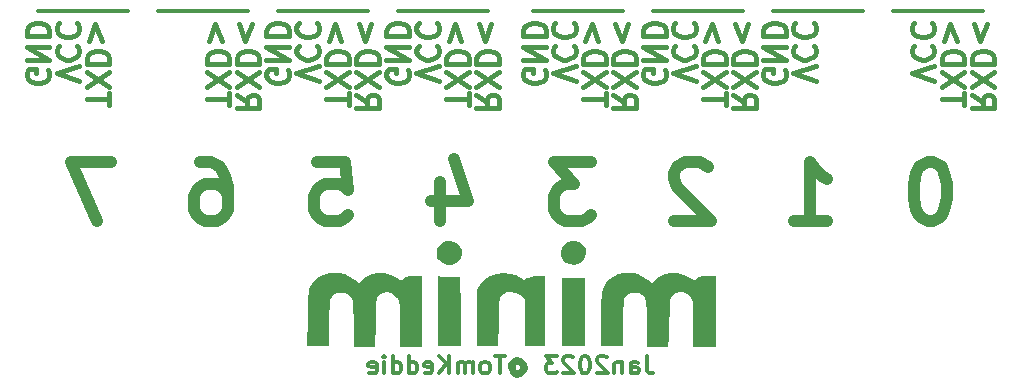
<source format=gbo>
G04 #@! TF.GenerationSoftware,KiCad,Pcbnew,6.0.10-86aedd382b~118~ubuntu22.04.1*
G04 #@! TF.CreationDate,2023-01-23T14:57:36-08:00*
G04 #@! TF.ProjectId,ch348_octo_serial_minim,63683334-385f-46f6-9374-6f5f73657269,rev?*
G04 #@! TF.SameCoordinates,Original*
G04 #@! TF.FileFunction,Legend,Bot*
G04 #@! TF.FilePolarity,Positive*
%FSLAX46Y46*%
G04 Gerber Fmt 4.6, Leading zero omitted, Abs format (unit mm)*
G04 Created by KiCad (PCBNEW 6.0.10-86aedd382b~118~ubuntu22.04.1) date 2023-01-23 14:57:36*
%MOMM*%
%LPD*%
G01*
G04 APERTURE LIST*
%ADD10C,0.300000*%
%ADD11C,0.400000*%
%ADD12C,1.000000*%
G04 APERTURE END LIST*
D10*
X145415000Y-68200000D02*
X153035000Y-68200000D01*
X73025000Y-68200000D02*
X80645000Y-68200000D01*
X93345000Y-68200000D02*
X100965000Y-68200000D01*
X83185000Y-68200000D02*
X90805000Y-68200000D01*
X125095000Y-68200000D02*
X132715000Y-68200000D01*
X114935000Y-68200000D02*
X122555000Y-68200000D01*
X103505000Y-68200000D02*
X111125000Y-68200000D01*
X135255000Y-68200000D02*
X142875000Y-68200000D01*
D11*
X138892976Y-74107619D02*
X136992976Y-73474285D01*
X138892976Y-72840952D01*
X137173928Y-71121904D02*
X137083452Y-71212380D01*
X136992976Y-71483809D01*
X136992976Y-71664761D01*
X137083452Y-71936190D01*
X137264404Y-72117142D01*
X137445357Y-72207619D01*
X137807261Y-72298095D01*
X138078690Y-72298095D01*
X138440595Y-72207619D01*
X138621547Y-72117142D01*
X138802500Y-71936190D01*
X138892976Y-71664761D01*
X138892976Y-71483809D01*
X138802500Y-71212380D01*
X138712023Y-71121904D01*
X137173928Y-69221904D02*
X137083452Y-69312380D01*
X136992976Y-69583809D01*
X136992976Y-69764761D01*
X137083452Y-70036190D01*
X137264404Y-70217142D01*
X137445357Y-70307619D01*
X137807261Y-70398095D01*
X138078690Y-70398095D01*
X138440595Y-70307619D01*
X138621547Y-70217142D01*
X138802500Y-70036190D01*
X138892976Y-69764761D01*
X138892976Y-69583809D01*
X138802500Y-69312380D01*
X138712023Y-69221904D01*
D12*
X137011428Y-85961904D02*
X139868571Y-85961904D01*
X138440000Y-85961904D02*
X138440000Y-80961904D01*
X138916190Y-81676190D01*
X139392380Y-82152380D01*
X139868571Y-82390476D01*
X148838095Y-80961904D02*
X148361904Y-80961904D01*
X147885714Y-81200000D01*
X147647619Y-81438095D01*
X147409523Y-81914285D01*
X147171428Y-82866666D01*
X147171428Y-84057142D01*
X147409523Y-85009523D01*
X147647619Y-85485714D01*
X147885714Y-85723809D01*
X148361904Y-85961904D01*
X148838095Y-85961904D01*
X149314285Y-85723809D01*
X149552380Y-85485714D01*
X149790476Y-85009523D01*
X150028571Y-84057142D01*
X150028571Y-82866666D01*
X149790476Y-81914285D01*
X149552380Y-81438095D01*
X149314285Y-81200000D01*
X148838095Y-80961904D01*
D11*
X106984226Y-74107619D02*
X105084226Y-73474285D01*
X106984226Y-72840952D01*
X105265178Y-71121904D02*
X105174702Y-71212380D01*
X105084226Y-71483809D01*
X105084226Y-71664761D01*
X105174702Y-71936190D01*
X105355654Y-72117142D01*
X105536607Y-72207619D01*
X105898511Y-72298095D01*
X106169940Y-72298095D01*
X106531845Y-72207619D01*
X106712797Y-72117142D01*
X106893750Y-71936190D01*
X106984226Y-71664761D01*
X106984226Y-71483809D01*
X106893750Y-71212380D01*
X106803273Y-71121904D01*
X105265178Y-69221904D02*
X105174702Y-69312380D01*
X105084226Y-69583809D01*
X105084226Y-69764761D01*
X105174702Y-70036190D01*
X105355654Y-70217142D01*
X105536607Y-70307619D01*
X105898511Y-70398095D01*
X106169940Y-70398095D01*
X106531845Y-70307619D01*
X106712797Y-70217142D01*
X106893750Y-70036190D01*
X106984226Y-69764761D01*
X106984226Y-69583809D01*
X106893750Y-69312380D01*
X106803273Y-69221904D01*
D12*
X79206666Y-80961904D02*
X75873333Y-80961904D01*
X78016190Y-85961904D01*
D11*
X148932976Y-74107619D02*
X147032976Y-73474285D01*
X148932976Y-72840952D01*
X147213928Y-71121904D02*
X147123452Y-71212380D01*
X147032976Y-71483809D01*
X147032976Y-71664761D01*
X147123452Y-71936190D01*
X147304404Y-72117142D01*
X147485357Y-72207619D01*
X147847261Y-72298095D01*
X148118690Y-72298095D01*
X148480595Y-72207619D01*
X148661547Y-72117142D01*
X148842500Y-71936190D01*
X148932976Y-71664761D01*
X148932976Y-71483809D01*
X148842500Y-71212380D01*
X148752023Y-71121904D01*
X147213928Y-69221904D02*
X147123452Y-69312380D01*
X147032976Y-69583809D01*
X147032976Y-69764761D01*
X147123452Y-70036190D01*
X147304404Y-70217142D01*
X147485357Y-70307619D01*
X147847261Y-70398095D01*
X148118690Y-70398095D01*
X148480595Y-70307619D01*
X148661547Y-70217142D01*
X148842500Y-70036190D01*
X148932976Y-69764761D01*
X148932976Y-69583809D01*
X148842500Y-69312380D01*
X148752023Y-69221904D01*
X128732976Y-74107619D02*
X126832976Y-73474285D01*
X128732976Y-72840952D01*
X127013928Y-71121904D02*
X126923452Y-71212380D01*
X126832976Y-71483809D01*
X126832976Y-71664761D01*
X126923452Y-71936190D01*
X127104404Y-72117142D01*
X127285357Y-72207619D01*
X127647261Y-72298095D01*
X127918690Y-72298095D01*
X128280595Y-72207619D01*
X128461547Y-72117142D01*
X128642500Y-71936190D01*
X128732976Y-71664761D01*
X128732976Y-71483809D01*
X128642500Y-71212380D01*
X128552023Y-71121904D01*
X127013928Y-69221904D02*
X126923452Y-69312380D01*
X126832976Y-69583809D01*
X126832976Y-69764761D01*
X126923452Y-70036190D01*
X127104404Y-70217142D01*
X127285357Y-70307619D01*
X127647261Y-70398095D01*
X127918690Y-70398095D01*
X128280595Y-70307619D01*
X128461547Y-70217142D01*
X128642500Y-70036190D01*
X128732976Y-69764761D01*
X128732976Y-69583809D01*
X128642500Y-69312380D01*
X128552023Y-69221904D01*
X131272976Y-76188571D02*
X131272976Y-75102857D01*
X129372976Y-75645714D02*
X131272976Y-75645714D01*
X131272976Y-74650476D02*
X129372976Y-73383809D01*
X131272976Y-73383809D02*
X129372976Y-74650476D01*
X129372976Y-72660000D02*
X131272976Y-72660000D01*
X131272976Y-72207619D01*
X131182500Y-71936190D01*
X131001547Y-71755238D01*
X130820595Y-71664761D01*
X130458690Y-71574285D01*
X130187261Y-71574285D01*
X129825357Y-71664761D01*
X129644404Y-71755238D01*
X129463452Y-71936190D01*
X129372976Y-72207619D01*
X129372976Y-72660000D01*
X130639642Y-70760000D02*
X130096785Y-69312380D01*
X129553928Y-70760000D01*
D12*
X107067619Y-82628571D02*
X107067619Y-85961904D01*
X108258095Y-80723809D02*
X109448571Y-84295238D01*
X106353333Y-84295238D01*
D11*
X96824226Y-74107619D02*
X94924226Y-73474285D01*
X96824226Y-72840952D01*
X95105178Y-71121904D02*
X95014702Y-71212380D01*
X94924226Y-71483809D01*
X94924226Y-71664761D01*
X95014702Y-71936190D01*
X95195654Y-72117142D01*
X95376607Y-72207619D01*
X95738511Y-72298095D01*
X96009940Y-72298095D01*
X96371845Y-72207619D01*
X96552797Y-72117142D01*
X96733750Y-71936190D01*
X96824226Y-71664761D01*
X96824226Y-71483809D01*
X96733750Y-71212380D01*
X96643273Y-71121904D01*
X95105178Y-69221904D02*
X95014702Y-69312380D01*
X94924226Y-69583809D01*
X94924226Y-69764761D01*
X95014702Y-70036190D01*
X95195654Y-70217142D01*
X95376607Y-70307619D01*
X95738511Y-70398095D01*
X96009940Y-70398095D01*
X96371845Y-70307619D01*
X96552797Y-70217142D01*
X96733750Y-70036190D01*
X96824226Y-69764761D01*
X96824226Y-69583809D01*
X96733750Y-69312380D01*
X96643273Y-69221904D01*
X121752976Y-75283809D02*
X122657738Y-75917142D01*
X121752976Y-76369523D02*
X123652976Y-76369523D01*
X123652976Y-75645714D01*
X123562500Y-75464761D01*
X123472023Y-75374285D01*
X123291071Y-75283809D01*
X123019642Y-75283809D01*
X122838690Y-75374285D01*
X122748214Y-75464761D01*
X122657738Y-75645714D01*
X122657738Y-76369523D01*
X123652976Y-74650476D02*
X121752976Y-73383809D01*
X123652976Y-73383809D02*
X121752976Y-74650476D01*
X121752976Y-72660000D02*
X123652976Y-72660000D01*
X123652976Y-72207619D01*
X123562500Y-71936190D01*
X123381547Y-71755238D01*
X123200595Y-71664761D01*
X122838690Y-71574285D01*
X122567261Y-71574285D01*
X122205357Y-71664761D01*
X122024404Y-71755238D01*
X121843452Y-71936190D01*
X121752976Y-72207619D01*
X121752976Y-72660000D01*
X123019642Y-69312380D02*
X122476785Y-70760000D01*
X121933928Y-69312380D01*
X118572976Y-74107619D02*
X116672976Y-73474285D01*
X118572976Y-72840952D01*
X116853928Y-71121904D02*
X116763452Y-71212380D01*
X116672976Y-71483809D01*
X116672976Y-71664761D01*
X116763452Y-71936190D01*
X116944404Y-72117142D01*
X117125357Y-72207619D01*
X117487261Y-72298095D01*
X117758690Y-72298095D01*
X118120595Y-72207619D01*
X118301547Y-72117142D01*
X118482500Y-71936190D01*
X118572976Y-71664761D01*
X118572976Y-71483809D01*
X118482500Y-71212380D01*
X118392023Y-71121904D01*
X116853928Y-69221904D02*
X116763452Y-69312380D01*
X116672976Y-69583809D01*
X116672976Y-69764761D01*
X116763452Y-70036190D01*
X116944404Y-70217142D01*
X117125357Y-70307619D01*
X117487261Y-70398095D01*
X117758690Y-70398095D01*
X118120595Y-70307619D01*
X118301547Y-70217142D01*
X118482500Y-70036190D01*
X118572976Y-69764761D01*
X118572976Y-69583809D01*
X118482500Y-69312380D01*
X118392023Y-69221904D01*
X76524226Y-74107619D02*
X74624226Y-73474285D01*
X76524226Y-72840952D01*
X74805178Y-71121904D02*
X74714702Y-71212380D01*
X74624226Y-71483809D01*
X74624226Y-71664761D01*
X74714702Y-71936190D01*
X74895654Y-72117142D01*
X75076607Y-72207619D01*
X75438511Y-72298095D01*
X75709940Y-72298095D01*
X76071845Y-72207619D01*
X76252797Y-72117142D01*
X76433750Y-71936190D01*
X76524226Y-71664761D01*
X76524226Y-71483809D01*
X76433750Y-71212380D01*
X76343273Y-71121904D01*
X74805178Y-69221904D02*
X74714702Y-69312380D01*
X74624226Y-69583809D01*
X74624226Y-69764761D01*
X74714702Y-70036190D01*
X74895654Y-70217142D01*
X75076607Y-70307619D01*
X75438511Y-70398095D01*
X75709940Y-70398095D01*
X76071845Y-70307619D01*
X76252797Y-70217142D01*
X76433750Y-70036190D01*
X76524226Y-69764761D01*
X76524226Y-69583809D01*
X76433750Y-69312380D01*
X76343273Y-69221904D01*
X89224226Y-76188571D02*
X89224226Y-75102857D01*
X87324226Y-75645714D02*
X89224226Y-75645714D01*
X89224226Y-74650476D02*
X87324226Y-73383809D01*
X89224226Y-73383809D02*
X87324226Y-74650476D01*
X87324226Y-72660000D02*
X89224226Y-72660000D01*
X89224226Y-72207619D01*
X89133750Y-71936190D01*
X88952797Y-71755238D01*
X88771845Y-71664761D01*
X88409940Y-71574285D01*
X88138511Y-71574285D01*
X87776607Y-71664761D01*
X87595654Y-71755238D01*
X87414702Y-71936190D01*
X87324226Y-72207619D01*
X87324226Y-72660000D01*
X88590892Y-70760000D02*
X88048035Y-69312380D01*
X87505178Y-70760000D01*
X131912976Y-75283809D02*
X132817738Y-75917142D01*
X131912976Y-76369523D02*
X133812976Y-76369523D01*
X133812976Y-75645714D01*
X133722500Y-75464761D01*
X133632023Y-75374285D01*
X133451071Y-75283809D01*
X133179642Y-75283809D01*
X132998690Y-75374285D01*
X132908214Y-75464761D01*
X132817738Y-75645714D01*
X132817738Y-76369523D01*
X133812976Y-74650476D02*
X131912976Y-73383809D01*
X133812976Y-73383809D02*
X131912976Y-74650476D01*
X131912976Y-72660000D02*
X133812976Y-72660000D01*
X133812976Y-72207619D01*
X133722500Y-71936190D01*
X133541547Y-71755238D01*
X133360595Y-71664761D01*
X132998690Y-71574285D01*
X132727261Y-71574285D01*
X132365357Y-71664761D01*
X132184404Y-71755238D01*
X132003452Y-71936190D01*
X131912976Y-72207619D01*
X131912976Y-72660000D01*
X133179642Y-69312380D02*
X132636785Y-70760000D01*
X132093928Y-69312380D01*
X152112976Y-75283809D02*
X153017738Y-75917142D01*
X152112976Y-76369523D02*
X154012976Y-76369523D01*
X154012976Y-75645714D01*
X153922500Y-75464761D01*
X153832023Y-75374285D01*
X153651071Y-75283809D01*
X153379642Y-75283809D01*
X153198690Y-75374285D01*
X153108214Y-75464761D01*
X153017738Y-75645714D01*
X153017738Y-76369523D01*
X154012976Y-74650476D02*
X152112976Y-73383809D01*
X154012976Y-73383809D02*
X152112976Y-74650476D01*
X152112976Y-72660000D02*
X154012976Y-72660000D01*
X154012976Y-72207619D01*
X153922500Y-71936190D01*
X153741547Y-71755238D01*
X153560595Y-71664761D01*
X153198690Y-71574285D01*
X152927261Y-71574285D01*
X152565357Y-71664761D01*
X152384404Y-71755238D01*
X152203452Y-71936190D01*
X152112976Y-72207619D01*
X152112976Y-72660000D01*
X153379642Y-69312380D02*
X152836785Y-70760000D01*
X152293928Y-69312380D01*
D10*
X124565714Y-97378571D02*
X124565714Y-98450000D01*
X124637142Y-98664285D01*
X124780000Y-98807142D01*
X124994285Y-98878571D01*
X125137142Y-98878571D01*
X123208571Y-98878571D02*
X123208571Y-98092857D01*
X123280000Y-97950000D01*
X123422857Y-97878571D01*
X123708571Y-97878571D01*
X123851428Y-97950000D01*
X123208571Y-98807142D02*
X123351428Y-98878571D01*
X123708571Y-98878571D01*
X123851428Y-98807142D01*
X123922857Y-98664285D01*
X123922857Y-98521428D01*
X123851428Y-98378571D01*
X123708571Y-98307142D01*
X123351428Y-98307142D01*
X123208571Y-98235714D01*
X122494285Y-97878571D02*
X122494285Y-98878571D01*
X122494285Y-98021428D02*
X122422857Y-97950000D01*
X122280000Y-97878571D01*
X122065714Y-97878571D01*
X121922857Y-97950000D01*
X121851428Y-98092857D01*
X121851428Y-98878571D01*
X121208571Y-97521428D02*
X121137142Y-97450000D01*
X120994285Y-97378571D01*
X120637142Y-97378571D01*
X120494285Y-97450000D01*
X120422857Y-97521428D01*
X120351428Y-97664285D01*
X120351428Y-97807142D01*
X120422857Y-98021428D01*
X121280000Y-98878571D01*
X120351428Y-98878571D01*
X119422857Y-97378571D02*
X119280000Y-97378571D01*
X119137142Y-97450000D01*
X119065714Y-97521428D01*
X118994285Y-97664285D01*
X118922857Y-97950000D01*
X118922857Y-98307142D01*
X118994285Y-98592857D01*
X119065714Y-98735714D01*
X119137142Y-98807142D01*
X119280000Y-98878571D01*
X119422857Y-98878571D01*
X119565714Y-98807142D01*
X119637142Y-98735714D01*
X119708571Y-98592857D01*
X119780000Y-98307142D01*
X119780000Y-97950000D01*
X119708571Y-97664285D01*
X119637142Y-97521428D01*
X119565714Y-97450000D01*
X119422857Y-97378571D01*
X118351428Y-97521428D02*
X118280000Y-97450000D01*
X118137142Y-97378571D01*
X117780000Y-97378571D01*
X117637142Y-97450000D01*
X117565714Y-97521428D01*
X117494285Y-97664285D01*
X117494285Y-97807142D01*
X117565714Y-98021428D01*
X118422857Y-98878571D01*
X117494285Y-98878571D01*
X116994285Y-97378571D02*
X116065714Y-97378571D01*
X116565714Y-97950000D01*
X116351428Y-97950000D01*
X116208571Y-98021428D01*
X116137142Y-98092857D01*
X116065714Y-98235714D01*
X116065714Y-98592857D01*
X116137142Y-98735714D01*
X116208571Y-98807142D01*
X116351428Y-98878571D01*
X116780000Y-98878571D01*
X116922857Y-98807142D01*
X116994285Y-98735714D01*
X113351428Y-98164285D02*
X113422857Y-98092857D01*
X113565714Y-98021428D01*
X113708571Y-98021428D01*
X113851428Y-98092857D01*
X113922857Y-98164285D01*
X113994285Y-98307142D01*
X113994285Y-98450000D01*
X113922857Y-98592857D01*
X113851428Y-98664285D01*
X113708571Y-98735714D01*
X113565714Y-98735714D01*
X113422857Y-98664285D01*
X113351428Y-98592857D01*
X113351428Y-98021428D02*
X113351428Y-98592857D01*
X113280000Y-98664285D01*
X113208571Y-98664285D01*
X113065714Y-98592857D01*
X112994285Y-98450000D01*
X112994285Y-98092857D01*
X113137142Y-97878571D01*
X113351428Y-97735714D01*
X113637142Y-97664285D01*
X113922857Y-97735714D01*
X114137142Y-97878571D01*
X114280000Y-98092857D01*
X114351428Y-98378571D01*
X114280000Y-98664285D01*
X114137142Y-98878571D01*
X113922857Y-99021428D01*
X113637142Y-99092857D01*
X113351428Y-99021428D01*
X113137142Y-98878571D01*
X112565714Y-97378571D02*
X111708571Y-97378571D01*
X112137142Y-98878571D02*
X112137142Y-97378571D01*
X110994285Y-98878571D02*
X111137142Y-98807142D01*
X111208571Y-98735714D01*
X111280000Y-98592857D01*
X111280000Y-98164285D01*
X111208571Y-98021428D01*
X111137142Y-97950000D01*
X110994285Y-97878571D01*
X110780000Y-97878571D01*
X110637142Y-97950000D01*
X110565714Y-98021428D01*
X110494285Y-98164285D01*
X110494285Y-98592857D01*
X110565714Y-98735714D01*
X110637142Y-98807142D01*
X110780000Y-98878571D01*
X110994285Y-98878571D01*
X109851428Y-98878571D02*
X109851428Y-97878571D01*
X109851428Y-98021428D02*
X109780000Y-97950000D01*
X109637142Y-97878571D01*
X109422857Y-97878571D01*
X109280000Y-97950000D01*
X109208571Y-98092857D01*
X109208571Y-98878571D01*
X109208571Y-98092857D02*
X109137142Y-97950000D01*
X108994285Y-97878571D01*
X108780000Y-97878571D01*
X108637142Y-97950000D01*
X108565714Y-98092857D01*
X108565714Y-98878571D01*
X107851428Y-98878571D02*
X107851428Y-97378571D01*
X106994285Y-98878571D02*
X107637142Y-98021428D01*
X106994285Y-97378571D02*
X107851428Y-98235714D01*
X105780000Y-98807142D02*
X105922857Y-98878571D01*
X106208571Y-98878571D01*
X106351428Y-98807142D01*
X106422857Y-98664285D01*
X106422857Y-98092857D01*
X106351428Y-97950000D01*
X106208571Y-97878571D01*
X105922857Y-97878571D01*
X105780000Y-97950000D01*
X105708571Y-98092857D01*
X105708571Y-98235714D01*
X106422857Y-98378571D01*
X104422857Y-98878571D02*
X104422857Y-97378571D01*
X104422857Y-98807142D02*
X104565714Y-98878571D01*
X104851428Y-98878571D01*
X104994285Y-98807142D01*
X105065714Y-98735714D01*
X105137142Y-98592857D01*
X105137142Y-98164285D01*
X105065714Y-98021428D01*
X104994285Y-97950000D01*
X104851428Y-97878571D01*
X104565714Y-97878571D01*
X104422857Y-97950000D01*
X103065714Y-98878571D02*
X103065714Y-97378571D01*
X103065714Y-98807142D02*
X103208571Y-98878571D01*
X103494285Y-98878571D01*
X103637142Y-98807142D01*
X103708571Y-98735714D01*
X103780000Y-98592857D01*
X103780000Y-98164285D01*
X103708571Y-98021428D01*
X103637142Y-97950000D01*
X103494285Y-97878571D01*
X103208571Y-97878571D01*
X103065714Y-97950000D01*
X102351428Y-98878571D02*
X102351428Y-97878571D01*
X102351428Y-97378571D02*
X102422857Y-97450000D01*
X102351428Y-97521428D01*
X102280000Y-97450000D01*
X102351428Y-97378571D01*
X102351428Y-97521428D01*
X101065714Y-98807142D02*
X101208571Y-98878571D01*
X101494285Y-98878571D01*
X101637142Y-98807142D01*
X101708571Y-98664285D01*
X101708571Y-98092857D01*
X101637142Y-97950000D01*
X101494285Y-97878571D01*
X101208571Y-97878571D01*
X101065714Y-97950000D01*
X100994285Y-98092857D01*
X100994285Y-98235714D01*
X101708571Y-98378571D01*
D11*
X109524226Y-76188571D02*
X109524226Y-75102857D01*
X107624226Y-75645714D02*
X109524226Y-75645714D01*
X109524226Y-74650476D02*
X107624226Y-73383809D01*
X109524226Y-73383809D02*
X107624226Y-74650476D01*
X107624226Y-72660000D02*
X109524226Y-72660000D01*
X109524226Y-72207619D01*
X109433750Y-71936190D01*
X109252797Y-71755238D01*
X109071845Y-71664761D01*
X108709940Y-71574285D01*
X108438511Y-71574285D01*
X108076607Y-71664761D01*
X107895654Y-71755238D01*
X107714702Y-71936190D01*
X107624226Y-72207619D01*
X107624226Y-72660000D01*
X108890892Y-70760000D02*
X108348035Y-69312380D01*
X107805178Y-70760000D01*
X100004226Y-75283809D02*
X100908988Y-75917142D01*
X100004226Y-76369523D02*
X101904226Y-76369523D01*
X101904226Y-75645714D01*
X101813750Y-75464761D01*
X101723273Y-75374285D01*
X101542321Y-75283809D01*
X101270892Y-75283809D01*
X101089940Y-75374285D01*
X100999464Y-75464761D01*
X100908988Y-75645714D01*
X100908988Y-76369523D01*
X101904226Y-74650476D02*
X100004226Y-73383809D01*
X101904226Y-73383809D02*
X100004226Y-74650476D01*
X100004226Y-72660000D02*
X101904226Y-72660000D01*
X101904226Y-72207619D01*
X101813750Y-71936190D01*
X101632797Y-71755238D01*
X101451845Y-71664761D01*
X101089940Y-71574285D01*
X100818511Y-71574285D01*
X100456607Y-71664761D01*
X100275654Y-71755238D01*
X100094702Y-71936190D01*
X100004226Y-72207619D01*
X100004226Y-72660000D01*
X101270892Y-69312380D02*
X100728035Y-70760000D01*
X100185178Y-69312380D01*
X110164226Y-75283809D02*
X111068988Y-75917142D01*
X110164226Y-76369523D02*
X112064226Y-76369523D01*
X112064226Y-75645714D01*
X111973750Y-75464761D01*
X111883273Y-75374285D01*
X111702321Y-75283809D01*
X111430892Y-75283809D01*
X111249940Y-75374285D01*
X111159464Y-75464761D01*
X111068988Y-75645714D01*
X111068988Y-76369523D01*
X112064226Y-74650476D02*
X110164226Y-73383809D01*
X112064226Y-73383809D02*
X110164226Y-74650476D01*
X110164226Y-72660000D02*
X112064226Y-72660000D01*
X112064226Y-72207619D01*
X111973750Y-71936190D01*
X111792797Y-71755238D01*
X111611845Y-71664761D01*
X111249940Y-71574285D01*
X110978511Y-71574285D01*
X110616607Y-71664761D01*
X110435654Y-71755238D01*
X110254702Y-71936190D01*
X110164226Y-72207619D01*
X110164226Y-72660000D01*
X111430892Y-69312380D02*
X110888035Y-70760000D01*
X110345178Y-69312380D01*
X115942500Y-73202857D02*
X116032976Y-73383809D01*
X116032976Y-73655238D01*
X115942500Y-73926666D01*
X115761547Y-74107619D01*
X115580595Y-74198095D01*
X115218690Y-74288571D01*
X114947261Y-74288571D01*
X114585357Y-74198095D01*
X114404404Y-74107619D01*
X114223452Y-73926666D01*
X114132976Y-73655238D01*
X114132976Y-73474285D01*
X114223452Y-73202857D01*
X114313928Y-73112380D01*
X114947261Y-73112380D01*
X114947261Y-73474285D01*
X114132976Y-72298095D02*
X116032976Y-72298095D01*
X114132976Y-71212380D01*
X116032976Y-71212380D01*
X114132976Y-70307619D02*
X116032976Y-70307619D01*
X116032976Y-69855238D01*
X115942500Y-69583809D01*
X115761547Y-69402857D01*
X115580595Y-69312380D01*
X115218690Y-69221904D01*
X114947261Y-69221904D01*
X114585357Y-69312380D01*
X114404404Y-69402857D01*
X114223452Y-69583809D01*
X114132976Y-69855238D01*
X114132976Y-70307619D01*
X121112976Y-76188571D02*
X121112976Y-75102857D01*
X119212976Y-75645714D02*
X121112976Y-75645714D01*
X121112976Y-74650476D02*
X119212976Y-73383809D01*
X121112976Y-73383809D02*
X119212976Y-74650476D01*
X119212976Y-72660000D02*
X121112976Y-72660000D01*
X121112976Y-72207619D01*
X121022500Y-71936190D01*
X120841547Y-71755238D01*
X120660595Y-71664761D01*
X120298690Y-71574285D01*
X120027261Y-71574285D01*
X119665357Y-71664761D01*
X119484404Y-71755238D01*
X119303452Y-71936190D01*
X119212976Y-72207619D01*
X119212976Y-72660000D01*
X120479642Y-70760000D02*
X119936785Y-69312380D01*
X119393928Y-70760000D01*
D12*
X119846666Y-80961904D02*
X116751428Y-80961904D01*
X118418095Y-82866666D01*
X117703809Y-82866666D01*
X117227619Y-83104761D01*
X116989523Y-83342857D01*
X116751428Y-83819047D01*
X116751428Y-85009523D01*
X116989523Y-85485714D01*
X117227619Y-85723809D01*
X117703809Y-85961904D01*
X119132380Y-85961904D01*
X119608571Y-85723809D01*
X119846666Y-85485714D01*
D11*
X99364226Y-76188571D02*
X99364226Y-75102857D01*
X97464226Y-75645714D02*
X99364226Y-75645714D01*
X99364226Y-74650476D02*
X97464226Y-73383809D01*
X99364226Y-73383809D02*
X97464226Y-74650476D01*
X97464226Y-72660000D02*
X99364226Y-72660000D01*
X99364226Y-72207619D01*
X99273750Y-71936190D01*
X99092797Y-71755238D01*
X98911845Y-71664761D01*
X98549940Y-71574285D01*
X98278511Y-71574285D01*
X97916607Y-71664761D01*
X97735654Y-71755238D01*
X97554702Y-71936190D01*
X97464226Y-72207619D01*
X97464226Y-72660000D01*
X98730892Y-70760000D02*
X98188035Y-69312380D01*
X97645178Y-70760000D01*
X89864226Y-75283809D02*
X90768988Y-75917142D01*
X89864226Y-76369523D02*
X91764226Y-76369523D01*
X91764226Y-75645714D01*
X91673750Y-75464761D01*
X91583273Y-75374285D01*
X91402321Y-75283809D01*
X91130892Y-75283809D01*
X90949940Y-75374285D01*
X90859464Y-75464761D01*
X90768988Y-75645714D01*
X90768988Y-76369523D01*
X91764226Y-74650476D02*
X89864226Y-73383809D01*
X91764226Y-73383809D02*
X89864226Y-74650476D01*
X89864226Y-72660000D02*
X91764226Y-72660000D01*
X91764226Y-72207619D01*
X91673750Y-71936190D01*
X91492797Y-71755238D01*
X91311845Y-71664761D01*
X90949940Y-71574285D01*
X90678511Y-71574285D01*
X90316607Y-71664761D01*
X90135654Y-71755238D01*
X89954702Y-71936190D01*
X89864226Y-72207619D01*
X89864226Y-72660000D01*
X91130892Y-69312380D02*
X90588035Y-70760000D01*
X90045178Y-69312380D01*
X94193750Y-73202857D02*
X94284226Y-73383809D01*
X94284226Y-73655238D01*
X94193750Y-73926666D01*
X94012797Y-74107619D01*
X93831845Y-74198095D01*
X93469940Y-74288571D01*
X93198511Y-74288571D01*
X92836607Y-74198095D01*
X92655654Y-74107619D01*
X92474702Y-73926666D01*
X92384226Y-73655238D01*
X92384226Y-73474285D01*
X92474702Y-73202857D01*
X92565178Y-73112380D01*
X93198511Y-73112380D01*
X93198511Y-73474285D01*
X92384226Y-72298095D02*
X94284226Y-72298095D01*
X92384226Y-71212380D01*
X94284226Y-71212380D01*
X92384226Y-70307619D02*
X94284226Y-70307619D01*
X94284226Y-69855238D01*
X94193750Y-69583809D01*
X94012797Y-69402857D01*
X93831845Y-69312380D01*
X93469940Y-69221904D01*
X93198511Y-69221904D01*
X92836607Y-69312380D01*
X92655654Y-69402857D01*
X92474702Y-69583809D01*
X92384226Y-69855238D01*
X92384226Y-70307619D01*
D12*
X129768571Y-81438095D02*
X129530476Y-81200000D01*
X129054285Y-80961904D01*
X127863809Y-80961904D01*
X127387619Y-81200000D01*
X127149523Y-81438095D01*
X126911428Y-81914285D01*
X126911428Y-82390476D01*
X127149523Y-83104761D01*
X130006666Y-85961904D01*
X126911428Y-85961904D01*
D11*
X151472976Y-76188571D02*
X151472976Y-75102857D01*
X149572976Y-75645714D02*
X151472976Y-75645714D01*
X151472976Y-74650476D02*
X149572976Y-73383809D01*
X151472976Y-73383809D02*
X149572976Y-74650476D01*
X149572976Y-72660000D02*
X151472976Y-72660000D01*
X151472976Y-72207619D01*
X151382500Y-71936190D01*
X151201547Y-71755238D01*
X151020595Y-71664761D01*
X150658690Y-71574285D01*
X150387261Y-71574285D01*
X150025357Y-71664761D01*
X149844404Y-71755238D01*
X149663452Y-71936190D01*
X149572976Y-72207619D01*
X149572976Y-72660000D01*
X150839642Y-70760000D02*
X150296785Y-69312380D01*
X149753928Y-70760000D01*
D12*
X86747619Y-80961904D02*
X87700000Y-80961904D01*
X88176190Y-81200000D01*
X88414285Y-81438095D01*
X88890476Y-82152380D01*
X89128571Y-83104761D01*
X89128571Y-85009523D01*
X88890476Y-85485714D01*
X88652380Y-85723809D01*
X88176190Y-85961904D01*
X87223809Y-85961904D01*
X86747619Y-85723809D01*
X86509523Y-85485714D01*
X86271428Y-85009523D01*
X86271428Y-83819047D01*
X86509523Y-83342857D01*
X86747619Y-83104761D01*
X87223809Y-82866666D01*
X88176190Y-82866666D01*
X88652380Y-83104761D01*
X88890476Y-83342857D01*
X89128571Y-83819047D01*
D11*
X104353750Y-73202857D02*
X104444226Y-73383809D01*
X104444226Y-73655238D01*
X104353750Y-73926666D01*
X104172797Y-74107619D01*
X103991845Y-74198095D01*
X103629940Y-74288571D01*
X103358511Y-74288571D01*
X102996607Y-74198095D01*
X102815654Y-74107619D01*
X102634702Y-73926666D01*
X102544226Y-73655238D01*
X102544226Y-73474285D01*
X102634702Y-73202857D01*
X102725178Y-73112380D01*
X103358511Y-73112380D01*
X103358511Y-73474285D01*
X102544226Y-72298095D02*
X104444226Y-72298095D01*
X102544226Y-71212380D01*
X104444226Y-71212380D01*
X102544226Y-70307619D02*
X104444226Y-70307619D01*
X104444226Y-69855238D01*
X104353750Y-69583809D01*
X104172797Y-69402857D01*
X103991845Y-69312380D01*
X103629940Y-69221904D01*
X103358511Y-69221904D01*
X102996607Y-69312380D01*
X102815654Y-69402857D01*
X102634702Y-69583809D01*
X102544226Y-69855238D01*
X102544226Y-70307619D01*
X73893750Y-73202857D02*
X73984226Y-73383809D01*
X73984226Y-73655238D01*
X73893750Y-73926666D01*
X73712797Y-74107619D01*
X73531845Y-74198095D01*
X73169940Y-74288571D01*
X72898511Y-74288571D01*
X72536607Y-74198095D01*
X72355654Y-74107619D01*
X72174702Y-73926666D01*
X72084226Y-73655238D01*
X72084226Y-73474285D01*
X72174702Y-73202857D01*
X72265178Y-73112380D01*
X72898511Y-73112380D01*
X72898511Y-73474285D01*
X72084226Y-72298095D02*
X73984226Y-72298095D01*
X72084226Y-71212380D01*
X73984226Y-71212380D01*
X72084226Y-70307619D02*
X73984226Y-70307619D01*
X73984226Y-69855238D01*
X73893750Y-69583809D01*
X73712797Y-69402857D01*
X73531845Y-69312380D01*
X73169940Y-69221904D01*
X72898511Y-69221904D01*
X72536607Y-69312380D01*
X72355654Y-69402857D01*
X72174702Y-69583809D01*
X72084226Y-69855238D01*
X72084226Y-70307619D01*
D12*
X96669523Y-80961904D02*
X99050476Y-80961904D01*
X99288571Y-83342857D01*
X99050476Y-83104761D01*
X98574285Y-82866666D01*
X97383809Y-82866666D01*
X96907619Y-83104761D01*
X96669523Y-83342857D01*
X96431428Y-83819047D01*
X96431428Y-85009523D01*
X96669523Y-85485714D01*
X96907619Y-85723809D01*
X97383809Y-85961904D01*
X98574285Y-85961904D01*
X99050476Y-85723809D01*
X99288571Y-85485714D01*
D11*
X126102500Y-73202857D02*
X126192976Y-73383809D01*
X126192976Y-73655238D01*
X126102500Y-73926666D01*
X125921547Y-74107619D01*
X125740595Y-74198095D01*
X125378690Y-74288571D01*
X125107261Y-74288571D01*
X124745357Y-74198095D01*
X124564404Y-74107619D01*
X124383452Y-73926666D01*
X124292976Y-73655238D01*
X124292976Y-73474285D01*
X124383452Y-73202857D01*
X124473928Y-73112380D01*
X125107261Y-73112380D01*
X125107261Y-73474285D01*
X124292976Y-72298095D02*
X126192976Y-72298095D01*
X124292976Y-71212380D01*
X126192976Y-71212380D01*
X124292976Y-70307619D02*
X126192976Y-70307619D01*
X126192976Y-69855238D01*
X126102500Y-69583809D01*
X125921547Y-69402857D01*
X125740595Y-69312380D01*
X125378690Y-69221904D01*
X125107261Y-69221904D01*
X124745357Y-69312380D01*
X124564404Y-69402857D01*
X124383452Y-69583809D01*
X124292976Y-69855238D01*
X124292976Y-70307619D01*
X136262500Y-73202857D02*
X136352976Y-73383809D01*
X136352976Y-73655238D01*
X136262500Y-73926666D01*
X136081547Y-74107619D01*
X135900595Y-74198095D01*
X135538690Y-74288571D01*
X135267261Y-74288571D01*
X134905357Y-74198095D01*
X134724404Y-74107619D01*
X134543452Y-73926666D01*
X134452976Y-73655238D01*
X134452976Y-73474285D01*
X134543452Y-73202857D01*
X134633928Y-73112380D01*
X135267261Y-73112380D01*
X135267261Y-73474285D01*
X134452976Y-72298095D02*
X136352976Y-72298095D01*
X134452976Y-71212380D01*
X136352976Y-71212380D01*
X134452976Y-70307619D02*
X136352976Y-70307619D01*
X136352976Y-69855238D01*
X136262500Y-69583809D01*
X136081547Y-69402857D01*
X135900595Y-69312380D01*
X135538690Y-69221904D01*
X135267261Y-69221904D01*
X134905357Y-69312380D01*
X134724404Y-69402857D01*
X134543452Y-69583809D01*
X134452976Y-69855238D01*
X134452976Y-70307619D01*
X79064226Y-76188571D02*
X79064226Y-75102857D01*
X77164226Y-75645714D02*
X79064226Y-75645714D01*
X79064226Y-74650476D02*
X77164226Y-73383809D01*
X79064226Y-73383809D02*
X77164226Y-74650476D01*
X77164226Y-72660000D02*
X79064226Y-72660000D01*
X79064226Y-72207619D01*
X78973750Y-71936190D01*
X78792797Y-71755238D01*
X78611845Y-71664761D01*
X78249940Y-71574285D01*
X77978511Y-71574285D01*
X77616607Y-71664761D01*
X77435654Y-71755238D01*
X77254702Y-71936190D01*
X77164226Y-72207619D01*
X77164226Y-72660000D01*
X78430892Y-70760000D02*
X77888035Y-69312380D01*
X77345178Y-70760000D01*
G04 #@! TO.C,G\u002A\u002A\u002A*
G36*
X112527688Y-90380306D02*
G01*
X113039397Y-90431705D01*
X113484926Y-90567652D01*
X113913932Y-90802286D01*
X114194791Y-90987701D01*
X114476886Y-90825348D01*
X114539598Y-90791514D01*
X114750344Y-90710495D01*
X115017833Y-90658849D01*
X115384435Y-90627333D01*
X116009889Y-90591671D01*
X116009889Y-96571130D01*
X114236146Y-96571130D01*
X114236146Y-92583756D01*
X114001273Y-92348883D01*
X113827506Y-92206389D01*
X113489855Y-92044255D01*
X113124315Y-91979138D01*
X112769510Y-92015809D01*
X112464066Y-92159038D01*
X112451627Y-92168281D01*
X112344446Y-92255528D01*
X112259440Y-92350394D01*
X112193798Y-92469665D01*
X112144714Y-92630126D01*
X112109379Y-92848562D01*
X112084985Y-93141757D01*
X112068723Y-93526497D01*
X112057786Y-94019567D01*
X112049365Y-94637750D01*
X112026551Y-96571130D01*
X110183432Y-96571130D01*
X110227486Y-91782024D01*
X110434041Y-91409231D01*
X110530479Y-91251581D01*
X110870365Y-90869301D01*
X111300491Y-90596046D01*
X111819722Y-90432400D01*
X112426928Y-90378948D01*
X112527688Y-90380306D01*
G37*
G36*
X119344525Y-96571130D02*
G01*
X117428883Y-96571130D01*
X117428883Y-90753253D01*
X119344525Y-90753253D01*
X119344525Y-96571130D01*
G37*
G36*
X108282842Y-87723920D02*
G01*
X108572687Y-87900789D01*
X108781638Y-88149330D01*
X108904164Y-88443536D01*
X108934733Y-88757396D01*
X108867813Y-89064903D01*
X108697871Y-89340048D01*
X108419375Y-89556821D01*
X108070303Y-89676559D01*
X107687804Y-89676833D01*
X107322743Y-89551562D01*
X107005157Y-89306070D01*
X107005068Y-89305976D01*
X106861344Y-89059618D01*
X106797878Y-88747544D01*
X106818308Y-88423449D01*
X106926267Y-88141024D01*
X107065667Y-87976308D01*
X107349205Y-87784406D01*
X107682663Y-87669230D01*
X108014611Y-87653803D01*
X108282842Y-87723920D01*
G37*
G36*
X127191106Y-90356960D02*
G01*
X127741445Y-90501155D01*
X128275721Y-90783028D01*
X128437094Y-90888367D01*
X128576001Y-90960820D01*
X128660546Y-90965702D01*
X128724607Y-90912807D01*
X128744188Y-90890659D01*
X128983069Y-90735457D01*
X129349214Y-90642371D01*
X129842805Y-90611353D01*
X130412682Y-90611353D01*
X130412682Y-96646198D01*
X129472598Y-96626402D01*
X128532514Y-96606605D01*
X128532514Y-94690962D01*
X128532286Y-94158042D01*
X128530654Y-93702289D01*
X128526208Y-93353663D01*
X128517540Y-93094104D01*
X128503239Y-92905553D01*
X128481897Y-92769951D01*
X128452102Y-92669239D01*
X128412447Y-92585357D01*
X128361520Y-92500245D01*
X128238510Y-92338691D01*
X127970539Y-92128825D01*
X127662017Y-92013986D01*
X127342182Y-91994117D01*
X127040274Y-92069160D01*
X126785531Y-92239055D01*
X126607192Y-92503745D01*
X126566190Y-92656776D01*
X126534627Y-92925458D01*
X126516344Y-93311184D01*
X126510447Y-93826148D01*
X126510381Y-93885972D01*
X126506053Y-94369489D01*
X126495953Y-94885305D01*
X126481462Y-95375357D01*
X126463960Y-95781581D01*
X126417472Y-96646155D01*
X124630280Y-96606605D01*
X124594805Y-94655487D01*
X124591407Y-94471969D01*
X124578634Y-93883104D01*
X124562911Y-93415215D01*
X124540964Y-93051863D01*
X124509521Y-92776607D01*
X124465310Y-92573009D01*
X124405058Y-92424628D01*
X124325493Y-92315024D01*
X124223341Y-92227758D01*
X124095331Y-92146389D01*
X123920797Y-92077186D01*
X123617251Y-92035420D01*
X123298989Y-92055510D01*
X123031589Y-92137973D01*
X122999132Y-92155052D01*
X122887970Y-92223199D01*
X122800109Y-92305395D01*
X122732819Y-92417620D01*
X122683371Y-92575855D01*
X122649035Y-92796080D01*
X122627081Y-93094276D01*
X122614779Y-93486422D01*
X122609399Y-93988500D01*
X122608213Y-94616489D01*
X122608213Y-96571130D01*
X120692570Y-96571130D01*
X120694761Y-94708700D01*
X120695064Y-94547624D01*
X120700090Y-93844134D01*
X120712241Y-93262389D01*
X120733197Y-92785747D01*
X120764634Y-92397565D01*
X120808232Y-92081198D01*
X120865669Y-91820005D01*
X120938624Y-91597340D01*
X121028774Y-91396562D01*
X121033256Y-91387810D01*
X121311354Y-90998229D01*
X121691814Y-90690739D01*
X122155720Y-90474223D01*
X122684153Y-90357564D01*
X123258197Y-90349646D01*
X123507023Y-90381679D01*
X123884961Y-90485649D01*
X124264754Y-90668884D01*
X124687765Y-90948716D01*
X125029050Y-91197311D01*
X125219888Y-91022171D01*
X125580473Y-90739741D01*
X126096945Y-90477323D01*
X126638381Y-90349373D01*
X127191106Y-90356960D01*
G37*
G36*
X102403164Y-90373009D02*
G01*
X102948083Y-90529101D01*
X103472757Y-90814222D01*
X103655541Y-90936211D01*
X103764371Y-90985873D01*
X103837585Y-90968750D01*
X103915834Y-90891978D01*
X103935689Y-90871241D01*
X104187308Y-90718067D01*
X104559127Y-90635537D01*
X105048157Y-90624358D01*
X105544805Y-90646828D01*
X105563353Y-93555698D01*
X105564904Y-93821514D01*
X105567353Y-94436690D01*
X105568041Y-95002633D01*
X105567046Y-95503898D01*
X105564449Y-95925043D01*
X105560329Y-96250625D01*
X105554767Y-96465199D01*
X105547842Y-96553324D01*
X105542856Y-96562071D01*
X105465417Y-96599119D01*
X105290477Y-96623895D01*
X105003315Y-96637761D01*
X104589210Y-96642080D01*
X103664637Y-96642080D01*
X103664637Y-94701455D01*
X103664414Y-94212501D01*
X103662832Y-93741482D01*
X103658594Y-93380058D01*
X103650409Y-93110609D01*
X103636982Y-92915514D01*
X103617021Y-92777153D01*
X103589233Y-92677907D01*
X103552324Y-92600154D01*
X103505000Y-92526274D01*
X103458650Y-92460528D01*
X103211686Y-92194217D01*
X102936114Y-92047808D01*
X102600391Y-92003059D01*
X102292698Y-92035406D01*
X102050251Y-92147246D01*
X102017231Y-92171962D01*
X101910579Y-92260673D01*
X101826189Y-92357735D01*
X101761215Y-92479840D01*
X101712813Y-92643682D01*
X101678139Y-92865955D01*
X101654348Y-93163352D01*
X101638595Y-93552567D01*
X101628036Y-94050294D01*
X101619827Y-94673225D01*
X101597083Y-96642080D01*
X99762403Y-96642080D01*
X99762403Y-94759633D01*
X99762394Y-94689773D01*
X99760851Y-94086039D01*
X99754597Y-93605032D01*
X99740694Y-93229376D01*
X99716206Y-92941696D01*
X99678194Y-92724615D01*
X99623721Y-92560760D01*
X99549849Y-92432753D01*
X99453641Y-92323220D01*
X99332159Y-92214785D01*
X99209285Y-92119390D01*
X99075059Y-92055076D01*
X98906681Y-92034387D01*
X98650782Y-92043940D01*
X98414833Y-92072462D01*
X98111540Y-92179430D01*
X97904828Y-92372093D01*
X97776098Y-92663627D01*
X97760451Y-92765589D01*
X97742699Y-93002830D01*
X97727543Y-93341651D01*
X97715744Y-93759709D01*
X97708061Y-94234665D01*
X97705256Y-94744175D01*
X97704861Y-96571130D01*
X95848283Y-96571130D01*
X95877013Y-94283001D01*
X95879949Y-94054796D01*
X95890226Y-93396228D01*
X95903876Y-92858420D01*
X95923920Y-92425187D01*
X95953378Y-92080342D01*
X95995271Y-91807701D01*
X96052620Y-91591079D01*
X96128444Y-91414291D01*
X96225766Y-91261151D01*
X96347605Y-91115476D01*
X96496981Y-90961079D01*
X96829547Y-90687267D01*
X97207165Y-90501211D01*
X97654830Y-90396746D01*
X98201509Y-90363719D01*
X98641021Y-90391155D01*
X99053007Y-90491260D01*
X99452701Y-90680003D01*
X99883847Y-90973235D01*
X100182666Y-91200373D01*
X100478235Y-90933344D01*
X100827722Y-90671719D01*
X101324906Y-90445038D01*
X101856080Y-90345228D01*
X102403164Y-90373009D01*
G37*
G36*
X118896385Y-87769347D02*
G01*
X119037375Y-87849530D01*
X119266662Y-88083302D01*
X119401336Y-88378521D01*
X119440131Y-88703993D01*
X119381783Y-89028523D01*
X119225026Y-89320917D01*
X118968595Y-89549980D01*
X118771631Y-89638612D01*
X118422156Y-89688417D01*
X118063941Y-89634728D01*
X117739472Y-89486139D01*
X117491239Y-89251239D01*
X117342775Y-88943644D01*
X117309295Y-88602510D01*
X117394691Y-88273945D01*
X117590947Y-87987661D01*
X117890043Y-87773371D01*
X118227225Y-87655606D01*
X118546377Y-87654126D01*
X118896385Y-87769347D01*
G37*
G36*
X107087961Y-90659785D02*
G01*
X107146477Y-90673784D01*
X107346475Y-90695900D01*
X107624252Y-90710542D01*
X107937481Y-90717108D01*
X108243832Y-90714992D01*
X108500979Y-90703592D01*
X108666593Y-90682303D01*
X108668116Y-90681924D01*
X108702618Y-90676746D01*
X108731049Y-90688261D01*
X108754097Y-90728991D01*
X108772447Y-90811455D01*
X108786786Y-90948174D01*
X108797799Y-91151668D01*
X108806173Y-91434458D01*
X108812595Y-91809064D01*
X108817751Y-92288005D01*
X108822326Y-92883804D01*
X108827008Y-93608979D01*
X108845524Y-96571130D01*
X106928324Y-96571130D01*
X106928324Y-90601791D01*
X107087961Y-90659785D01*
G37*
G04 #@! TD*
M02*

</source>
